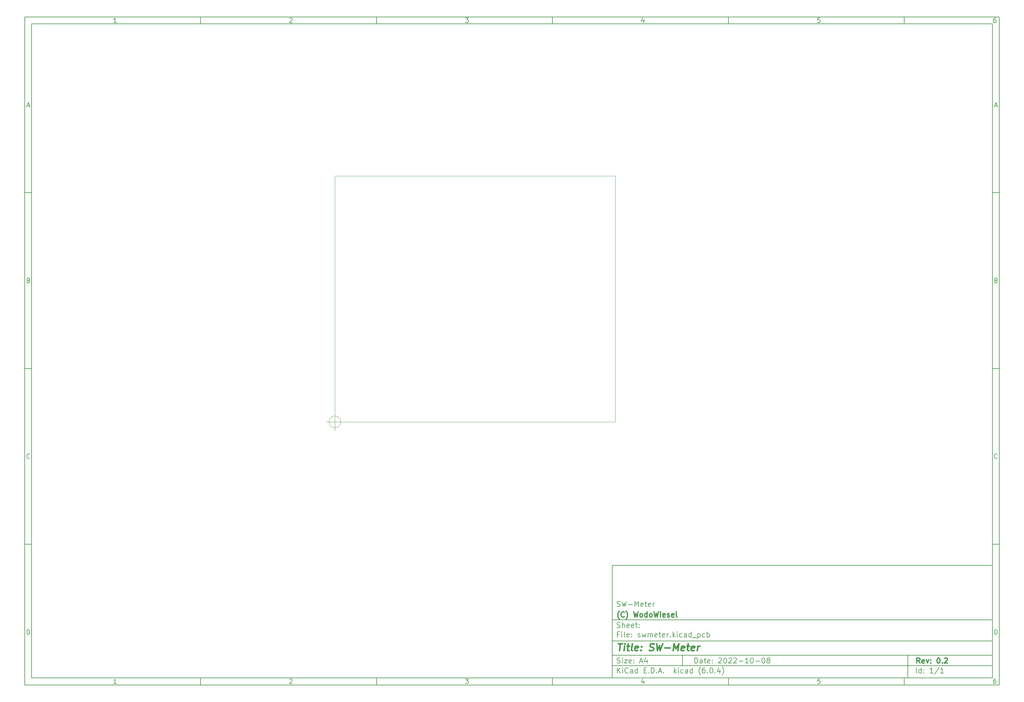
<source format=gbr>
%TF.GenerationSoftware,KiCad,Pcbnew,(6.0.4)*%
%TF.CreationDate,2022-10-12T20:44:42+02:00*%
%TF.ProjectId,swmeter,73776d65-7465-4722-9e6b-696361645f70,0.2*%
%TF.SameCoordinates,PX5d9f490PY775a330*%
%TF.FileFunction,Paste,Top*%
%TF.FilePolarity,Positive*%
%FSLAX46Y46*%
G04 Gerber Fmt 4.6, Leading zero omitted, Abs format (unit mm)*
G04 Created by KiCad (PCBNEW (6.0.4)) date 2022-10-12 20:44:42*
%MOMM*%
%LPD*%
G01*
G04 APERTURE LIST*
%ADD10C,0.100000*%
%ADD11C,0.150000*%
%ADD12C,0.300000*%
%ADD13C,0.400000*%
%TA.AperFunction,Profile*%
%ADD14C,0.100000*%
%TD*%
G04 APERTURE END LIST*
D10*
D11*
X78832200Y-40857200D02*
X78832200Y-72857200D01*
X186832200Y-72857200D01*
X186832200Y-40857200D01*
X78832200Y-40857200D01*
D10*
D11*
X-88170000Y115150000D02*
X-88170000Y-74857200D01*
X188832200Y-74857200D01*
X188832200Y115150000D01*
X-88170000Y115150000D01*
D10*
D11*
X-86170000Y113150000D02*
X-86170000Y-72857200D01*
X186832200Y-72857200D01*
X186832200Y113150000D01*
X-86170000Y113150000D01*
D10*
D11*
X-38170000Y113150000D02*
X-38170000Y115150000D01*
D10*
D11*
X11830000Y113150000D02*
X11830000Y115150000D01*
D10*
D11*
X61830000Y113150000D02*
X61830000Y115150000D01*
D10*
D11*
X111830000Y113150000D02*
X111830000Y115150000D01*
D10*
D11*
X161830000Y113150000D02*
X161830000Y115150000D01*
D10*
D11*
X-62104524Y113561905D02*
X-62847381Y113561905D01*
X-62475953Y113561905D02*
X-62475953Y114861905D01*
X-62599762Y114676191D01*
X-62723572Y114552381D01*
X-62847381Y114490477D01*
D10*
D11*
X-12847381Y114738096D02*
X-12785477Y114800000D01*
X-12661667Y114861905D01*
X-12352143Y114861905D01*
X-12228334Y114800000D01*
X-12166429Y114738096D01*
X-12104524Y114614286D01*
X-12104524Y114490477D01*
X-12166429Y114304762D01*
X-12909286Y113561905D01*
X-12104524Y113561905D01*
D10*
D11*
X37090714Y114861905D02*
X37895476Y114861905D01*
X37462142Y114366667D01*
X37647857Y114366667D01*
X37771666Y114304762D01*
X37833571Y114242858D01*
X37895476Y114119048D01*
X37895476Y113809524D01*
X37833571Y113685715D01*
X37771666Y113623810D01*
X37647857Y113561905D01*
X37276428Y113561905D01*
X37152619Y113623810D01*
X37090714Y113685715D01*
D10*
D11*
X87771666Y114428572D02*
X87771666Y113561905D01*
X87462142Y114923810D02*
X87152619Y113995239D01*
X87957380Y113995239D01*
D10*
D11*
X137833571Y114861905D02*
X137214523Y114861905D01*
X137152619Y114242858D01*
X137214523Y114304762D01*
X137338333Y114366667D01*
X137647857Y114366667D01*
X137771666Y114304762D01*
X137833571Y114242858D01*
X137895476Y114119048D01*
X137895476Y113809524D01*
X137833571Y113685715D01*
X137771666Y113623810D01*
X137647857Y113561905D01*
X137338333Y113561905D01*
X137214523Y113623810D01*
X137152619Y113685715D01*
D10*
D11*
X187771666Y114861905D02*
X187524047Y114861905D01*
X187400238Y114800000D01*
X187338333Y114738096D01*
X187214523Y114552381D01*
X187152619Y114304762D01*
X187152619Y113809524D01*
X187214523Y113685715D01*
X187276428Y113623810D01*
X187400238Y113561905D01*
X187647857Y113561905D01*
X187771666Y113623810D01*
X187833571Y113685715D01*
X187895476Y113809524D01*
X187895476Y114119048D01*
X187833571Y114242858D01*
X187771666Y114304762D01*
X187647857Y114366667D01*
X187400238Y114366667D01*
X187276428Y114304762D01*
X187214523Y114242858D01*
X187152619Y114119048D01*
D10*
D11*
X-38170000Y-72857200D02*
X-38170000Y-74857200D01*
D10*
D11*
X11830000Y-72857200D02*
X11830000Y-74857200D01*
D10*
D11*
X61830000Y-72857200D02*
X61830000Y-74857200D01*
D10*
D11*
X111830000Y-72857200D02*
X111830000Y-74857200D01*
D10*
D11*
X161830000Y-72857200D02*
X161830000Y-74857200D01*
D10*
D11*
X-62104524Y-74445295D02*
X-62847381Y-74445295D01*
X-62475953Y-74445295D02*
X-62475953Y-73145295D01*
X-62599762Y-73331009D01*
X-62723572Y-73454819D01*
X-62847381Y-73516723D01*
D10*
D11*
X-12847381Y-73269104D02*
X-12785477Y-73207200D01*
X-12661667Y-73145295D01*
X-12352143Y-73145295D01*
X-12228334Y-73207200D01*
X-12166429Y-73269104D01*
X-12104524Y-73392914D01*
X-12104524Y-73516723D01*
X-12166429Y-73702438D01*
X-12909286Y-74445295D01*
X-12104524Y-74445295D01*
D10*
D11*
X37090714Y-73145295D02*
X37895476Y-73145295D01*
X37462142Y-73640533D01*
X37647857Y-73640533D01*
X37771666Y-73702438D01*
X37833571Y-73764342D01*
X37895476Y-73888152D01*
X37895476Y-74197676D01*
X37833571Y-74321485D01*
X37771666Y-74383390D01*
X37647857Y-74445295D01*
X37276428Y-74445295D01*
X37152619Y-74383390D01*
X37090714Y-74321485D01*
D10*
D11*
X87771666Y-73578628D02*
X87771666Y-74445295D01*
X87462142Y-73083390D02*
X87152619Y-74011961D01*
X87957380Y-74011961D01*
D10*
D11*
X137833571Y-73145295D02*
X137214523Y-73145295D01*
X137152619Y-73764342D01*
X137214523Y-73702438D01*
X137338333Y-73640533D01*
X137647857Y-73640533D01*
X137771666Y-73702438D01*
X137833571Y-73764342D01*
X137895476Y-73888152D01*
X137895476Y-74197676D01*
X137833571Y-74321485D01*
X137771666Y-74383390D01*
X137647857Y-74445295D01*
X137338333Y-74445295D01*
X137214523Y-74383390D01*
X137152619Y-74321485D01*
D10*
D11*
X187771666Y-73145295D02*
X187524047Y-73145295D01*
X187400238Y-73207200D01*
X187338333Y-73269104D01*
X187214523Y-73454819D01*
X187152619Y-73702438D01*
X187152619Y-74197676D01*
X187214523Y-74321485D01*
X187276428Y-74383390D01*
X187400238Y-74445295D01*
X187647857Y-74445295D01*
X187771666Y-74383390D01*
X187833571Y-74321485D01*
X187895476Y-74197676D01*
X187895476Y-73888152D01*
X187833571Y-73764342D01*
X187771666Y-73702438D01*
X187647857Y-73640533D01*
X187400238Y-73640533D01*
X187276428Y-73702438D01*
X187214523Y-73764342D01*
X187152619Y-73888152D01*
D10*
D11*
X-88170000Y65150000D02*
X-86170000Y65150000D01*
D10*
D11*
X-88170000Y15150000D02*
X-86170000Y15150000D01*
D10*
D11*
X-88170000Y-34850000D02*
X-86170000Y-34850000D01*
D10*
D11*
X-87479524Y89933334D02*
X-86860477Y89933334D01*
X-87603334Y89561905D02*
X-87170000Y90861905D01*
X-86736667Y89561905D01*
D10*
D11*
X-87077143Y40242858D02*
X-86891429Y40180953D01*
X-86829524Y40119048D01*
X-86767620Y39995239D01*
X-86767620Y39809524D01*
X-86829524Y39685715D01*
X-86891429Y39623810D01*
X-87015239Y39561905D01*
X-87510477Y39561905D01*
X-87510477Y40861905D01*
X-87077143Y40861905D01*
X-86953334Y40800000D01*
X-86891429Y40738096D01*
X-86829524Y40614286D01*
X-86829524Y40490477D01*
X-86891429Y40366667D01*
X-86953334Y40304762D01*
X-87077143Y40242858D01*
X-87510477Y40242858D01*
D10*
D11*
X-86767620Y-10314285D02*
X-86829524Y-10376190D01*
X-87015239Y-10438095D01*
X-87139048Y-10438095D01*
X-87324762Y-10376190D01*
X-87448572Y-10252380D01*
X-87510477Y-10128571D01*
X-87572381Y-9880952D01*
X-87572381Y-9695238D01*
X-87510477Y-9447619D01*
X-87448572Y-9323809D01*
X-87324762Y-9200000D01*
X-87139048Y-9138095D01*
X-87015239Y-9138095D01*
X-86829524Y-9200000D01*
X-86767620Y-9261904D01*
D10*
D11*
X-87510477Y-60438095D02*
X-87510477Y-59138095D01*
X-87200953Y-59138095D01*
X-87015239Y-59200000D01*
X-86891429Y-59323809D01*
X-86829524Y-59447619D01*
X-86767620Y-59695238D01*
X-86767620Y-59880952D01*
X-86829524Y-60128571D01*
X-86891429Y-60252380D01*
X-87015239Y-60376190D01*
X-87200953Y-60438095D01*
X-87510477Y-60438095D01*
D10*
D11*
X188832200Y65150000D02*
X186832200Y65150000D01*
D10*
D11*
X188832200Y15150000D02*
X186832200Y15150000D01*
D10*
D11*
X188832200Y-34850000D02*
X186832200Y-34850000D01*
D10*
D11*
X187522676Y89933334D02*
X188141723Y89933334D01*
X187398866Y89561905D02*
X187832200Y90861905D01*
X188265533Y89561905D01*
D10*
D11*
X187925057Y40242858D02*
X188110771Y40180953D01*
X188172676Y40119048D01*
X188234580Y39995239D01*
X188234580Y39809524D01*
X188172676Y39685715D01*
X188110771Y39623810D01*
X187986961Y39561905D01*
X187491723Y39561905D01*
X187491723Y40861905D01*
X187925057Y40861905D01*
X188048866Y40800000D01*
X188110771Y40738096D01*
X188172676Y40614286D01*
X188172676Y40490477D01*
X188110771Y40366667D01*
X188048866Y40304762D01*
X187925057Y40242858D01*
X187491723Y40242858D01*
D10*
D11*
X188234580Y-10314285D02*
X188172676Y-10376190D01*
X187986961Y-10438095D01*
X187863152Y-10438095D01*
X187677438Y-10376190D01*
X187553628Y-10252380D01*
X187491723Y-10128571D01*
X187429819Y-9880952D01*
X187429819Y-9695238D01*
X187491723Y-9447619D01*
X187553628Y-9323809D01*
X187677438Y-9200000D01*
X187863152Y-9138095D01*
X187986961Y-9138095D01*
X188172676Y-9200000D01*
X188234580Y-9261904D01*
D10*
D11*
X187491723Y-60438095D02*
X187491723Y-59138095D01*
X187801247Y-59138095D01*
X187986961Y-59200000D01*
X188110771Y-59323809D01*
X188172676Y-59447619D01*
X188234580Y-59695238D01*
X188234580Y-59880952D01*
X188172676Y-60128571D01*
X188110771Y-60252380D01*
X187986961Y-60376190D01*
X187801247Y-60438095D01*
X187491723Y-60438095D01*
D10*
D11*
X102264342Y-68635771D02*
X102264342Y-67135771D01*
X102621485Y-67135771D01*
X102835771Y-67207200D01*
X102978628Y-67350057D01*
X103050057Y-67492914D01*
X103121485Y-67778628D01*
X103121485Y-67992914D01*
X103050057Y-68278628D01*
X102978628Y-68421485D01*
X102835771Y-68564342D01*
X102621485Y-68635771D01*
X102264342Y-68635771D01*
X104407200Y-68635771D02*
X104407200Y-67850057D01*
X104335771Y-67707200D01*
X104192914Y-67635771D01*
X103907200Y-67635771D01*
X103764342Y-67707200D01*
X104407200Y-68564342D02*
X104264342Y-68635771D01*
X103907200Y-68635771D01*
X103764342Y-68564342D01*
X103692914Y-68421485D01*
X103692914Y-68278628D01*
X103764342Y-68135771D01*
X103907200Y-68064342D01*
X104264342Y-68064342D01*
X104407200Y-67992914D01*
X104907200Y-67635771D02*
X105478628Y-67635771D01*
X105121485Y-67135771D02*
X105121485Y-68421485D01*
X105192914Y-68564342D01*
X105335771Y-68635771D01*
X105478628Y-68635771D01*
X106550057Y-68564342D02*
X106407200Y-68635771D01*
X106121485Y-68635771D01*
X105978628Y-68564342D01*
X105907200Y-68421485D01*
X105907200Y-67850057D01*
X105978628Y-67707200D01*
X106121485Y-67635771D01*
X106407200Y-67635771D01*
X106550057Y-67707200D01*
X106621485Y-67850057D01*
X106621485Y-67992914D01*
X105907200Y-68135771D01*
X107264342Y-68492914D02*
X107335771Y-68564342D01*
X107264342Y-68635771D01*
X107192914Y-68564342D01*
X107264342Y-68492914D01*
X107264342Y-68635771D01*
X107264342Y-67707200D02*
X107335771Y-67778628D01*
X107264342Y-67850057D01*
X107192914Y-67778628D01*
X107264342Y-67707200D01*
X107264342Y-67850057D01*
X109050057Y-67278628D02*
X109121485Y-67207200D01*
X109264342Y-67135771D01*
X109621485Y-67135771D01*
X109764342Y-67207200D01*
X109835771Y-67278628D01*
X109907200Y-67421485D01*
X109907200Y-67564342D01*
X109835771Y-67778628D01*
X108978628Y-68635771D01*
X109907200Y-68635771D01*
X110835771Y-67135771D02*
X110978628Y-67135771D01*
X111121485Y-67207200D01*
X111192914Y-67278628D01*
X111264342Y-67421485D01*
X111335771Y-67707200D01*
X111335771Y-68064342D01*
X111264342Y-68350057D01*
X111192914Y-68492914D01*
X111121485Y-68564342D01*
X110978628Y-68635771D01*
X110835771Y-68635771D01*
X110692914Y-68564342D01*
X110621485Y-68492914D01*
X110550057Y-68350057D01*
X110478628Y-68064342D01*
X110478628Y-67707200D01*
X110550057Y-67421485D01*
X110621485Y-67278628D01*
X110692914Y-67207200D01*
X110835771Y-67135771D01*
X111907200Y-67278628D02*
X111978628Y-67207200D01*
X112121485Y-67135771D01*
X112478628Y-67135771D01*
X112621485Y-67207200D01*
X112692914Y-67278628D01*
X112764342Y-67421485D01*
X112764342Y-67564342D01*
X112692914Y-67778628D01*
X111835771Y-68635771D01*
X112764342Y-68635771D01*
X113335771Y-67278628D02*
X113407200Y-67207200D01*
X113550057Y-67135771D01*
X113907200Y-67135771D01*
X114050057Y-67207200D01*
X114121485Y-67278628D01*
X114192914Y-67421485D01*
X114192914Y-67564342D01*
X114121485Y-67778628D01*
X113264342Y-68635771D01*
X114192914Y-68635771D01*
X114835771Y-68064342D02*
X115978628Y-68064342D01*
X117478628Y-68635771D02*
X116621485Y-68635771D01*
X117050057Y-68635771D02*
X117050057Y-67135771D01*
X116907200Y-67350057D01*
X116764342Y-67492914D01*
X116621485Y-67564342D01*
X118407200Y-67135771D02*
X118550057Y-67135771D01*
X118692914Y-67207200D01*
X118764342Y-67278628D01*
X118835771Y-67421485D01*
X118907200Y-67707200D01*
X118907200Y-68064342D01*
X118835771Y-68350057D01*
X118764342Y-68492914D01*
X118692914Y-68564342D01*
X118550057Y-68635771D01*
X118407200Y-68635771D01*
X118264342Y-68564342D01*
X118192914Y-68492914D01*
X118121485Y-68350057D01*
X118050057Y-68064342D01*
X118050057Y-67707200D01*
X118121485Y-67421485D01*
X118192914Y-67278628D01*
X118264342Y-67207200D01*
X118407200Y-67135771D01*
X119550057Y-68064342D02*
X120692914Y-68064342D01*
X121692914Y-67135771D02*
X121835771Y-67135771D01*
X121978628Y-67207200D01*
X122050057Y-67278628D01*
X122121485Y-67421485D01*
X122192914Y-67707200D01*
X122192914Y-68064342D01*
X122121485Y-68350057D01*
X122050057Y-68492914D01*
X121978628Y-68564342D01*
X121835771Y-68635771D01*
X121692914Y-68635771D01*
X121550057Y-68564342D01*
X121478628Y-68492914D01*
X121407200Y-68350057D01*
X121335771Y-68064342D01*
X121335771Y-67707200D01*
X121407200Y-67421485D01*
X121478628Y-67278628D01*
X121550057Y-67207200D01*
X121692914Y-67135771D01*
X123050057Y-67778628D02*
X122907200Y-67707200D01*
X122835771Y-67635771D01*
X122764342Y-67492914D01*
X122764342Y-67421485D01*
X122835771Y-67278628D01*
X122907200Y-67207200D01*
X123050057Y-67135771D01*
X123335771Y-67135771D01*
X123478628Y-67207200D01*
X123550057Y-67278628D01*
X123621485Y-67421485D01*
X123621485Y-67492914D01*
X123550057Y-67635771D01*
X123478628Y-67707200D01*
X123335771Y-67778628D01*
X123050057Y-67778628D01*
X122907200Y-67850057D01*
X122835771Y-67921485D01*
X122764342Y-68064342D01*
X122764342Y-68350057D01*
X122835771Y-68492914D01*
X122907200Y-68564342D01*
X123050057Y-68635771D01*
X123335771Y-68635771D01*
X123478628Y-68564342D01*
X123550057Y-68492914D01*
X123621485Y-68350057D01*
X123621485Y-68064342D01*
X123550057Y-67921485D01*
X123478628Y-67850057D01*
X123335771Y-67778628D01*
D10*
D11*
X78832200Y-69357200D02*
X186832200Y-69357200D01*
D10*
D11*
X80264342Y-71435771D02*
X80264342Y-69935771D01*
X81121485Y-71435771D02*
X80478628Y-70578628D01*
X81121485Y-69935771D02*
X80264342Y-70792914D01*
X81764342Y-71435771D02*
X81764342Y-70435771D01*
X81764342Y-69935771D02*
X81692914Y-70007200D01*
X81764342Y-70078628D01*
X81835771Y-70007200D01*
X81764342Y-69935771D01*
X81764342Y-70078628D01*
X83335771Y-71292914D02*
X83264342Y-71364342D01*
X83050057Y-71435771D01*
X82907200Y-71435771D01*
X82692914Y-71364342D01*
X82550057Y-71221485D01*
X82478628Y-71078628D01*
X82407200Y-70792914D01*
X82407200Y-70578628D01*
X82478628Y-70292914D01*
X82550057Y-70150057D01*
X82692914Y-70007200D01*
X82907200Y-69935771D01*
X83050057Y-69935771D01*
X83264342Y-70007200D01*
X83335771Y-70078628D01*
X84621485Y-71435771D02*
X84621485Y-70650057D01*
X84550057Y-70507200D01*
X84407200Y-70435771D01*
X84121485Y-70435771D01*
X83978628Y-70507200D01*
X84621485Y-71364342D02*
X84478628Y-71435771D01*
X84121485Y-71435771D01*
X83978628Y-71364342D01*
X83907200Y-71221485D01*
X83907200Y-71078628D01*
X83978628Y-70935771D01*
X84121485Y-70864342D01*
X84478628Y-70864342D01*
X84621485Y-70792914D01*
X85978628Y-71435771D02*
X85978628Y-69935771D01*
X85978628Y-71364342D02*
X85835771Y-71435771D01*
X85550057Y-71435771D01*
X85407200Y-71364342D01*
X85335771Y-71292914D01*
X85264342Y-71150057D01*
X85264342Y-70721485D01*
X85335771Y-70578628D01*
X85407200Y-70507200D01*
X85550057Y-70435771D01*
X85835771Y-70435771D01*
X85978628Y-70507200D01*
X87835771Y-70650057D02*
X88335771Y-70650057D01*
X88550057Y-71435771D02*
X87835771Y-71435771D01*
X87835771Y-69935771D01*
X88550057Y-69935771D01*
X89192914Y-71292914D02*
X89264342Y-71364342D01*
X89192914Y-71435771D01*
X89121485Y-71364342D01*
X89192914Y-71292914D01*
X89192914Y-71435771D01*
X89907200Y-71435771D02*
X89907200Y-69935771D01*
X90264342Y-69935771D01*
X90478628Y-70007200D01*
X90621485Y-70150057D01*
X90692914Y-70292914D01*
X90764342Y-70578628D01*
X90764342Y-70792914D01*
X90692914Y-71078628D01*
X90621485Y-71221485D01*
X90478628Y-71364342D01*
X90264342Y-71435771D01*
X89907200Y-71435771D01*
X91407200Y-71292914D02*
X91478628Y-71364342D01*
X91407200Y-71435771D01*
X91335771Y-71364342D01*
X91407200Y-71292914D01*
X91407200Y-71435771D01*
X92050057Y-71007200D02*
X92764342Y-71007200D01*
X91907200Y-71435771D02*
X92407200Y-69935771D01*
X92907200Y-71435771D01*
X93407200Y-71292914D02*
X93478628Y-71364342D01*
X93407200Y-71435771D01*
X93335771Y-71364342D01*
X93407200Y-71292914D01*
X93407200Y-71435771D01*
X96407200Y-71435771D02*
X96407200Y-69935771D01*
X96550057Y-70864342D02*
X96978628Y-71435771D01*
X96978628Y-70435771D02*
X96407200Y-71007200D01*
X97621485Y-71435771D02*
X97621485Y-70435771D01*
X97621485Y-69935771D02*
X97550057Y-70007200D01*
X97621485Y-70078628D01*
X97692914Y-70007200D01*
X97621485Y-69935771D01*
X97621485Y-70078628D01*
X98978628Y-71364342D02*
X98835771Y-71435771D01*
X98550057Y-71435771D01*
X98407200Y-71364342D01*
X98335771Y-71292914D01*
X98264342Y-71150057D01*
X98264342Y-70721485D01*
X98335771Y-70578628D01*
X98407200Y-70507200D01*
X98550057Y-70435771D01*
X98835771Y-70435771D01*
X98978628Y-70507200D01*
X100264342Y-71435771D02*
X100264342Y-70650057D01*
X100192914Y-70507200D01*
X100050057Y-70435771D01*
X99764342Y-70435771D01*
X99621485Y-70507200D01*
X100264342Y-71364342D02*
X100121485Y-71435771D01*
X99764342Y-71435771D01*
X99621485Y-71364342D01*
X99550057Y-71221485D01*
X99550057Y-71078628D01*
X99621485Y-70935771D01*
X99764342Y-70864342D01*
X100121485Y-70864342D01*
X100264342Y-70792914D01*
X101621485Y-71435771D02*
X101621485Y-69935771D01*
X101621485Y-71364342D02*
X101478628Y-71435771D01*
X101192914Y-71435771D01*
X101050057Y-71364342D01*
X100978628Y-71292914D01*
X100907200Y-71150057D01*
X100907200Y-70721485D01*
X100978628Y-70578628D01*
X101050057Y-70507200D01*
X101192914Y-70435771D01*
X101478628Y-70435771D01*
X101621485Y-70507200D01*
X103907200Y-72007200D02*
X103835771Y-71935771D01*
X103692914Y-71721485D01*
X103621485Y-71578628D01*
X103550057Y-71364342D01*
X103478628Y-71007200D01*
X103478628Y-70721485D01*
X103550057Y-70364342D01*
X103621485Y-70150057D01*
X103692914Y-70007200D01*
X103835771Y-69792914D01*
X103907200Y-69721485D01*
X105121485Y-69935771D02*
X104835771Y-69935771D01*
X104692914Y-70007200D01*
X104621485Y-70078628D01*
X104478628Y-70292914D01*
X104407200Y-70578628D01*
X104407200Y-71150057D01*
X104478628Y-71292914D01*
X104550057Y-71364342D01*
X104692914Y-71435771D01*
X104978628Y-71435771D01*
X105121485Y-71364342D01*
X105192914Y-71292914D01*
X105264342Y-71150057D01*
X105264342Y-70792914D01*
X105192914Y-70650057D01*
X105121485Y-70578628D01*
X104978628Y-70507200D01*
X104692914Y-70507200D01*
X104550057Y-70578628D01*
X104478628Y-70650057D01*
X104407200Y-70792914D01*
X105907200Y-71292914D02*
X105978628Y-71364342D01*
X105907200Y-71435771D01*
X105835771Y-71364342D01*
X105907200Y-71292914D01*
X105907200Y-71435771D01*
X106907200Y-69935771D02*
X107050057Y-69935771D01*
X107192914Y-70007200D01*
X107264342Y-70078628D01*
X107335771Y-70221485D01*
X107407200Y-70507200D01*
X107407200Y-70864342D01*
X107335771Y-71150057D01*
X107264342Y-71292914D01*
X107192914Y-71364342D01*
X107050057Y-71435771D01*
X106907200Y-71435771D01*
X106764342Y-71364342D01*
X106692914Y-71292914D01*
X106621485Y-71150057D01*
X106550057Y-70864342D01*
X106550057Y-70507200D01*
X106621485Y-70221485D01*
X106692914Y-70078628D01*
X106764342Y-70007200D01*
X106907200Y-69935771D01*
X108050057Y-71292914D02*
X108121485Y-71364342D01*
X108050057Y-71435771D01*
X107978628Y-71364342D01*
X108050057Y-71292914D01*
X108050057Y-71435771D01*
X109407200Y-70435771D02*
X109407200Y-71435771D01*
X109050057Y-69864342D02*
X108692914Y-70935771D01*
X109621485Y-70935771D01*
X110050057Y-72007200D02*
X110121485Y-71935771D01*
X110264342Y-71721485D01*
X110335771Y-71578628D01*
X110407200Y-71364342D01*
X110478628Y-71007200D01*
X110478628Y-70721485D01*
X110407200Y-70364342D01*
X110335771Y-70150057D01*
X110264342Y-70007200D01*
X110121485Y-69792914D01*
X110050057Y-69721485D01*
D10*
D11*
X78832200Y-66357200D02*
X186832200Y-66357200D01*
D10*
D12*
X166241485Y-68635771D02*
X165741485Y-67921485D01*
X165384342Y-68635771D02*
X165384342Y-67135771D01*
X165955771Y-67135771D01*
X166098628Y-67207200D01*
X166170057Y-67278628D01*
X166241485Y-67421485D01*
X166241485Y-67635771D01*
X166170057Y-67778628D01*
X166098628Y-67850057D01*
X165955771Y-67921485D01*
X165384342Y-67921485D01*
X167455771Y-68564342D02*
X167312914Y-68635771D01*
X167027200Y-68635771D01*
X166884342Y-68564342D01*
X166812914Y-68421485D01*
X166812914Y-67850057D01*
X166884342Y-67707200D01*
X167027200Y-67635771D01*
X167312914Y-67635771D01*
X167455771Y-67707200D01*
X167527200Y-67850057D01*
X167527200Y-67992914D01*
X166812914Y-68135771D01*
X168027200Y-67635771D02*
X168384342Y-68635771D01*
X168741485Y-67635771D01*
X169312914Y-68492914D02*
X169384342Y-68564342D01*
X169312914Y-68635771D01*
X169241485Y-68564342D01*
X169312914Y-68492914D01*
X169312914Y-68635771D01*
X169312914Y-67707200D02*
X169384342Y-67778628D01*
X169312914Y-67850057D01*
X169241485Y-67778628D01*
X169312914Y-67707200D01*
X169312914Y-67850057D01*
X171455771Y-67135771D02*
X171598628Y-67135771D01*
X171741485Y-67207200D01*
X171812914Y-67278628D01*
X171884342Y-67421485D01*
X171955771Y-67707200D01*
X171955771Y-68064342D01*
X171884342Y-68350057D01*
X171812914Y-68492914D01*
X171741485Y-68564342D01*
X171598628Y-68635771D01*
X171455771Y-68635771D01*
X171312914Y-68564342D01*
X171241485Y-68492914D01*
X171170057Y-68350057D01*
X171098628Y-68064342D01*
X171098628Y-67707200D01*
X171170057Y-67421485D01*
X171241485Y-67278628D01*
X171312914Y-67207200D01*
X171455771Y-67135771D01*
X172598628Y-68492914D02*
X172670057Y-68564342D01*
X172598628Y-68635771D01*
X172527200Y-68564342D01*
X172598628Y-68492914D01*
X172598628Y-68635771D01*
X173241485Y-67278628D02*
X173312914Y-67207200D01*
X173455771Y-67135771D01*
X173812914Y-67135771D01*
X173955771Y-67207200D01*
X174027200Y-67278628D01*
X174098628Y-67421485D01*
X174098628Y-67564342D01*
X174027200Y-67778628D01*
X173170057Y-68635771D01*
X174098628Y-68635771D01*
D10*
D11*
X80192914Y-68564342D02*
X80407200Y-68635771D01*
X80764342Y-68635771D01*
X80907200Y-68564342D01*
X80978628Y-68492914D01*
X81050057Y-68350057D01*
X81050057Y-68207200D01*
X80978628Y-68064342D01*
X80907200Y-67992914D01*
X80764342Y-67921485D01*
X80478628Y-67850057D01*
X80335771Y-67778628D01*
X80264342Y-67707200D01*
X80192914Y-67564342D01*
X80192914Y-67421485D01*
X80264342Y-67278628D01*
X80335771Y-67207200D01*
X80478628Y-67135771D01*
X80835771Y-67135771D01*
X81050057Y-67207200D01*
X81692914Y-68635771D02*
X81692914Y-67635771D01*
X81692914Y-67135771D02*
X81621485Y-67207200D01*
X81692914Y-67278628D01*
X81764342Y-67207200D01*
X81692914Y-67135771D01*
X81692914Y-67278628D01*
X82264342Y-67635771D02*
X83050057Y-67635771D01*
X82264342Y-68635771D01*
X83050057Y-68635771D01*
X84192914Y-68564342D02*
X84050057Y-68635771D01*
X83764342Y-68635771D01*
X83621485Y-68564342D01*
X83550057Y-68421485D01*
X83550057Y-67850057D01*
X83621485Y-67707200D01*
X83764342Y-67635771D01*
X84050057Y-67635771D01*
X84192914Y-67707200D01*
X84264342Y-67850057D01*
X84264342Y-67992914D01*
X83550057Y-68135771D01*
X84907200Y-68492914D02*
X84978628Y-68564342D01*
X84907200Y-68635771D01*
X84835771Y-68564342D01*
X84907200Y-68492914D01*
X84907200Y-68635771D01*
X84907200Y-67707200D02*
X84978628Y-67778628D01*
X84907200Y-67850057D01*
X84835771Y-67778628D01*
X84907200Y-67707200D01*
X84907200Y-67850057D01*
X86692914Y-68207200D02*
X87407200Y-68207200D01*
X86550057Y-68635771D02*
X87050057Y-67135771D01*
X87550057Y-68635771D01*
X88692914Y-67635771D02*
X88692914Y-68635771D01*
X88335771Y-67064342D02*
X87978628Y-68135771D01*
X88907200Y-68135771D01*
D10*
D11*
X165264342Y-71435771D02*
X165264342Y-69935771D01*
X166621485Y-71435771D02*
X166621485Y-69935771D01*
X166621485Y-71364342D02*
X166478628Y-71435771D01*
X166192914Y-71435771D01*
X166050057Y-71364342D01*
X165978628Y-71292914D01*
X165907200Y-71150057D01*
X165907200Y-70721485D01*
X165978628Y-70578628D01*
X166050057Y-70507200D01*
X166192914Y-70435771D01*
X166478628Y-70435771D01*
X166621485Y-70507200D01*
X167335771Y-71292914D02*
X167407200Y-71364342D01*
X167335771Y-71435771D01*
X167264342Y-71364342D01*
X167335771Y-71292914D01*
X167335771Y-71435771D01*
X167335771Y-70507200D02*
X167407200Y-70578628D01*
X167335771Y-70650057D01*
X167264342Y-70578628D01*
X167335771Y-70507200D01*
X167335771Y-70650057D01*
X169978628Y-71435771D02*
X169121485Y-71435771D01*
X169550057Y-71435771D02*
X169550057Y-69935771D01*
X169407200Y-70150057D01*
X169264342Y-70292914D01*
X169121485Y-70364342D01*
X171692914Y-69864342D02*
X170407200Y-71792914D01*
X172978628Y-71435771D02*
X172121485Y-71435771D01*
X172550057Y-71435771D02*
X172550057Y-69935771D01*
X172407200Y-70150057D01*
X172264342Y-70292914D01*
X172121485Y-70364342D01*
D10*
D11*
X78832200Y-62357200D02*
X186832200Y-62357200D01*
D10*
D13*
X80544580Y-63061961D02*
X81687438Y-63061961D01*
X80866009Y-65061961D02*
X81116009Y-63061961D01*
X82104104Y-65061961D02*
X82270771Y-63728628D01*
X82354104Y-63061961D02*
X82246961Y-63157200D01*
X82330295Y-63252438D01*
X82437438Y-63157200D01*
X82354104Y-63061961D01*
X82330295Y-63252438D01*
X82937438Y-63728628D02*
X83699342Y-63728628D01*
X83306485Y-63061961D02*
X83092200Y-64776247D01*
X83163628Y-64966723D01*
X83342200Y-65061961D01*
X83532676Y-65061961D01*
X84485057Y-65061961D02*
X84306485Y-64966723D01*
X84235057Y-64776247D01*
X84449342Y-63061961D01*
X86020771Y-64966723D02*
X85818390Y-65061961D01*
X85437438Y-65061961D01*
X85258866Y-64966723D01*
X85187438Y-64776247D01*
X85282676Y-64014342D01*
X85401723Y-63823866D01*
X85604104Y-63728628D01*
X85985057Y-63728628D01*
X86163628Y-63823866D01*
X86235057Y-64014342D01*
X86211247Y-64204819D01*
X85235057Y-64395295D01*
X86985057Y-64871485D02*
X87068390Y-64966723D01*
X86961247Y-65061961D01*
X86877914Y-64966723D01*
X86985057Y-64871485D01*
X86961247Y-65061961D01*
X87116009Y-63823866D02*
X87199342Y-63919104D01*
X87092200Y-64014342D01*
X87008866Y-63919104D01*
X87116009Y-63823866D01*
X87092200Y-64014342D01*
X89354104Y-64966723D02*
X89627914Y-65061961D01*
X90104104Y-65061961D01*
X90306485Y-64966723D01*
X90413628Y-64871485D01*
X90532676Y-64681009D01*
X90556485Y-64490533D01*
X90485057Y-64300057D01*
X90401723Y-64204819D01*
X90223152Y-64109580D01*
X89854104Y-64014342D01*
X89675533Y-63919104D01*
X89592200Y-63823866D01*
X89520771Y-63633390D01*
X89544580Y-63442914D01*
X89663628Y-63252438D01*
X89770771Y-63157200D01*
X89973152Y-63061961D01*
X90449342Y-63061961D01*
X90723152Y-63157200D01*
X91401723Y-63061961D02*
X91627914Y-65061961D01*
X92187438Y-63633390D01*
X92389819Y-65061961D01*
X93116009Y-63061961D01*
X93723152Y-64300057D02*
X95246961Y-64300057D01*
X96104104Y-65061961D02*
X96354104Y-63061961D01*
X96842200Y-64490533D01*
X97687438Y-63061961D01*
X97437438Y-65061961D01*
X99163628Y-64966723D02*
X98961247Y-65061961D01*
X98580295Y-65061961D01*
X98401723Y-64966723D01*
X98330295Y-64776247D01*
X98425533Y-64014342D01*
X98544580Y-63823866D01*
X98746961Y-63728628D01*
X99127914Y-63728628D01*
X99306485Y-63823866D01*
X99377914Y-64014342D01*
X99354104Y-64204819D01*
X98377914Y-64395295D01*
X99985057Y-63728628D02*
X100746961Y-63728628D01*
X100354104Y-63061961D02*
X100139819Y-64776247D01*
X100211247Y-64966723D01*
X100389819Y-65061961D01*
X100580295Y-65061961D01*
X102020771Y-64966723D02*
X101818390Y-65061961D01*
X101437438Y-65061961D01*
X101258866Y-64966723D01*
X101187438Y-64776247D01*
X101282676Y-64014342D01*
X101401723Y-63823866D01*
X101604104Y-63728628D01*
X101985057Y-63728628D01*
X102163628Y-63823866D01*
X102235057Y-64014342D01*
X102211247Y-64204819D01*
X101235057Y-64395295D01*
X102961247Y-65061961D02*
X103127914Y-63728628D01*
X103080295Y-64109580D02*
X103199342Y-63919104D01*
X103306485Y-63823866D01*
X103508866Y-63728628D01*
X103699342Y-63728628D01*
D10*
D11*
X80764342Y-60450057D02*
X80264342Y-60450057D01*
X80264342Y-61235771D02*
X80264342Y-59735771D01*
X80978628Y-59735771D01*
X81550057Y-61235771D02*
X81550057Y-60235771D01*
X81550057Y-59735771D02*
X81478628Y-59807200D01*
X81550057Y-59878628D01*
X81621485Y-59807200D01*
X81550057Y-59735771D01*
X81550057Y-59878628D01*
X82478628Y-61235771D02*
X82335771Y-61164342D01*
X82264342Y-61021485D01*
X82264342Y-59735771D01*
X83621485Y-61164342D02*
X83478628Y-61235771D01*
X83192914Y-61235771D01*
X83050057Y-61164342D01*
X82978628Y-61021485D01*
X82978628Y-60450057D01*
X83050057Y-60307200D01*
X83192914Y-60235771D01*
X83478628Y-60235771D01*
X83621485Y-60307200D01*
X83692914Y-60450057D01*
X83692914Y-60592914D01*
X82978628Y-60735771D01*
X84335771Y-61092914D02*
X84407200Y-61164342D01*
X84335771Y-61235771D01*
X84264342Y-61164342D01*
X84335771Y-61092914D01*
X84335771Y-61235771D01*
X84335771Y-60307200D02*
X84407200Y-60378628D01*
X84335771Y-60450057D01*
X84264342Y-60378628D01*
X84335771Y-60307200D01*
X84335771Y-60450057D01*
X86121485Y-61164342D02*
X86264342Y-61235771D01*
X86550057Y-61235771D01*
X86692914Y-61164342D01*
X86764342Y-61021485D01*
X86764342Y-60950057D01*
X86692914Y-60807200D01*
X86550057Y-60735771D01*
X86335771Y-60735771D01*
X86192914Y-60664342D01*
X86121485Y-60521485D01*
X86121485Y-60450057D01*
X86192914Y-60307200D01*
X86335771Y-60235771D01*
X86550057Y-60235771D01*
X86692914Y-60307200D01*
X87264342Y-60235771D02*
X87550057Y-61235771D01*
X87835771Y-60521485D01*
X88121485Y-61235771D01*
X88407200Y-60235771D01*
X88978628Y-61235771D02*
X88978628Y-60235771D01*
X88978628Y-60378628D02*
X89050057Y-60307200D01*
X89192914Y-60235771D01*
X89407200Y-60235771D01*
X89550057Y-60307200D01*
X89621485Y-60450057D01*
X89621485Y-61235771D01*
X89621485Y-60450057D02*
X89692914Y-60307200D01*
X89835771Y-60235771D01*
X90050057Y-60235771D01*
X90192914Y-60307200D01*
X90264342Y-60450057D01*
X90264342Y-61235771D01*
X91550057Y-61164342D02*
X91407200Y-61235771D01*
X91121485Y-61235771D01*
X90978628Y-61164342D01*
X90907200Y-61021485D01*
X90907200Y-60450057D01*
X90978628Y-60307200D01*
X91121485Y-60235771D01*
X91407200Y-60235771D01*
X91550057Y-60307200D01*
X91621485Y-60450057D01*
X91621485Y-60592914D01*
X90907200Y-60735771D01*
X92050057Y-60235771D02*
X92621485Y-60235771D01*
X92264342Y-59735771D02*
X92264342Y-61021485D01*
X92335771Y-61164342D01*
X92478628Y-61235771D01*
X92621485Y-61235771D01*
X93692914Y-61164342D02*
X93550057Y-61235771D01*
X93264342Y-61235771D01*
X93121485Y-61164342D01*
X93050057Y-61021485D01*
X93050057Y-60450057D01*
X93121485Y-60307200D01*
X93264342Y-60235771D01*
X93550057Y-60235771D01*
X93692914Y-60307200D01*
X93764342Y-60450057D01*
X93764342Y-60592914D01*
X93050057Y-60735771D01*
X94407200Y-61235771D02*
X94407200Y-60235771D01*
X94407200Y-60521485D02*
X94478628Y-60378628D01*
X94550057Y-60307200D01*
X94692914Y-60235771D01*
X94835771Y-60235771D01*
X95335771Y-61092914D02*
X95407200Y-61164342D01*
X95335771Y-61235771D01*
X95264342Y-61164342D01*
X95335771Y-61092914D01*
X95335771Y-61235771D01*
X96050057Y-61235771D02*
X96050057Y-59735771D01*
X96192914Y-60664342D02*
X96621485Y-61235771D01*
X96621485Y-60235771D02*
X96050057Y-60807200D01*
X97264342Y-61235771D02*
X97264342Y-60235771D01*
X97264342Y-59735771D02*
X97192914Y-59807200D01*
X97264342Y-59878628D01*
X97335771Y-59807200D01*
X97264342Y-59735771D01*
X97264342Y-59878628D01*
X98621485Y-61164342D02*
X98478628Y-61235771D01*
X98192914Y-61235771D01*
X98050057Y-61164342D01*
X97978628Y-61092914D01*
X97907200Y-60950057D01*
X97907200Y-60521485D01*
X97978628Y-60378628D01*
X98050057Y-60307200D01*
X98192914Y-60235771D01*
X98478628Y-60235771D01*
X98621485Y-60307200D01*
X99907200Y-61235771D02*
X99907200Y-60450057D01*
X99835771Y-60307200D01*
X99692914Y-60235771D01*
X99407200Y-60235771D01*
X99264342Y-60307200D01*
X99907200Y-61164342D02*
X99764342Y-61235771D01*
X99407200Y-61235771D01*
X99264342Y-61164342D01*
X99192914Y-61021485D01*
X99192914Y-60878628D01*
X99264342Y-60735771D01*
X99407200Y-60664342D01*
X99764342Y-60664342D01*
X99907200Y-60592914D01*
X101264342Y-61235771D02*
X101264342Y-59735771D01*
X101264342Y-61164342D02*
X101121485Y-61235771D01*
X100835771Y-61235771D01*
X100692914Y-61164342D01*
X100621485Y-61092914D01*
X100550057Y-60950057D01*
X100550057Y-60521485D01*
X100621485Y-60378628D01*
X100692914Y-60307200D01*
X100835771Y-60235771D01*
X101121485Y-60235771D01*
X101264342Y-60307200D01*
X101621485Y-61378628D02*
X102764342Y-61378628D01*
X103121485Y-60235771D02*
X103121485Y-61735771D01*
X103121485Y-60307200D02*
X103264342Y-60235771D01*
X103550057Y-60235771D01*
X103692914Y-60307200D01*
X103764342Y-60378628D01*
X103835771Y-60521485D01*
X103835771Y-60950057D01*
X103764342Y-61092914D01*
X103692914Y-61164342D01*
X103550057Y-61235771D01*
X103264342Y-61235771D01*
X103121485Y-61164342D01*
X105121485Y-61164342D02*
X104978628Y-61235771D01*
X104692914Y-61235771D01*
X104550057Y-61164342D01*
X104478628Y-61092914D01*
X104407200Y-60950057D01*
X104407200Y-60521485D01*
X104478628Y-60378628D01*
X104550057Y-60307200D01*
X104692914Y-60235771D01*
X104978628Y-60235771D01*
X105121485Y-60307200D01*
X105764342Y-61235771D02*
X105764342Y-59735771D01*
X105764342Y-60307200D02*
X105907200Y-60235771D01*
X106192914Y-60235771D01*
X106335771Y-60307200D01*
X106407200Y-60378628D01*
X106478628Y-60521485D01*
X106478628Y-60950057D01*
X106407200Y-61092914D01*
X106335771Y-61164342D01*
X106192914Y-61235771D01*
X105907200Y-61235771D01*
X105764342Y-61164342D01*
D10*
D11*
X78832200Y-56357200D02*
X186832200Y-56357200D01*
D10*
D11*
X80192914Y-58464342D02*
X80407200Y-58535771D01*
X80764342Y-58535771D01*
X80907200Y-58464342D01*
X80978628Y-58392914D01*
X81050057Y-58250057D01*
X81050057Y-58107200D01*
X80978628Y-57964342D01*
X80907200Y-57892914D01*
X80764342Y-57821485D01*
X80478628Y-57750057D01*
X80335771Y-57678628D01*
X80264342Y-57607200D01*
X80192914Y-57464342D01*
X80192914Y-57321485D01*
X80264342Y-57178628D01*
X80335771Y-57107200D01*
X80478628Y-57035771D01*
X80835771Y-57035771D01*
X81050057Y-57107200D01*
X81692914Y-58535771D02*
X81692914Y-57035771D01*
X82335771Y-58535771D02*
X82335771Y-57750057D01*
X82264342Y-57607200D01*
X82121485Y-57535771D01*
X81907200Y-57535771D01*
X81764342Y-57607200D01*
X81692914Y-57678628D01*
X83621485Y-58464342D02*
X83478628Y-58535771D01*
X83192914Y-58535771D01*
X83050057Y-58464342D01*
X82978628Y-58321485D01*
X82978628Y-57750057D01*
X83050057Y-57607200D01*
X83192914Y-57535771D01*
X83478628Y-57535771D01*
X83621485Y-57607200D01*
X83692914Y-57750057D01*
X83692914Y-57892914D01*
X82978628Y-58035771D01*
X84907200Y-58464342D02*
X84764342Y-58535771D01*
X84478628Y-58535771D01*
X84335771Y-58464342D01*
X84264342Y-58321485D01*
X84264342Y-57750057D01*
X84335771Y-57607200D01*
X84478628Y-57535771D01*
X84764342Y-57535771D01*
X84907200Y-57607200D01*
X84978628Y-57750057D01*
X84978628Y-57892914D01*
X84264342Y-58035771D01*
X85407200Y-57535771D02*
X85978628Y-57535771D01*
X85621485Y-57035771D02*
X85621485Y-58321485D01*
X85692914Y-58464342D01*
X85835771Y-58535771D01*
X85978628Y-58535771D01*
X86478628Y-58392914D02*
X86550057Y-58464342D01*
X86478628Y-58535771D01*
X86407200Y-58464342D01*
X86478628Y-58392914D01*
X86478628Y-58535771D01*
X86478628Y-57607200D02*
X86550057Y-57678628D01*
X86478628Y-57750057D01*
X86407200Y-57678628D01*
X86478628Y-57607200D01*
X86478628Y-57750057D01*
D10*
D12*
X80812914Y-56107200D02*
X80741485Y-56035771D01*
X80598628Y-55821485D01*
X80527200Y-55678628D01*
X80455771Y-55464342D01*
X80384342Y-55107200D01*
X80384342Y-54821485D01*
X80455771Y-54464342D01*
X80527200Y-54250057D01*
X80598628Y-54107200D01*
X80741485Y-53892914D01*
X80812914Y-53821485D01*
X82241485Y-55392914D02*
X82170057Y-55464342D01*
X81955771Y-55535771D01*
X81812914Y-55535771D01*
X81598628Y-55464342D01*
X81455771Y-55321485D01*
X81384342Y-55178628D01*
X81312914Y-54892914D01*
X81312914Y-54678628D01*
X81384342Y-54392914D01*
X81455771Y-54250057D01*
X81598628Y-54107200D01*
X81812914Y-54035771D01*
X81955771Y-54035771D01*
X82170057Y-54107200D01*
X82241485Y-54178628D01*
X82741485Y-56107200D02*
X82812914Y-56035771D01*
X82955771Y-55821485D01*
X83027200Y-55678628D01*
X83098628Y-55464342D01*
X83170057Y-55107200D01*
X83170057Y-54821485D01*
X83098628Y-54464342D01*
X83027200Y-54250057D01*
X82955771Y-54107200D01*
X82812914Y-53892914D01*
X82741485Y-53821485D01*
X84884342Y-54035771D02*
X85241485Y-55535771D01*
X85527200Y-54464342D01*
X85812914Y-55535771D01*
X86170057Y-54035771D01*
X86955771Y-55535771D02*
X86812914Y-55464342D01*
X86741485Y-55392914D01*
X86670057Y-55250057D01*
X86670057Y-54821485D01*
X86741485Y-54678628D01*
X86812914Y-54607200D01*
X86955771Y-54535771D01*
X87170057Y-54535771D01*
X87312914Y-54607200D01*
X87384342Y-54678628D01*
X87455771Y-54821485D01*
X87455771Y-55250057D01*
X87384342Y-55392914D01*
X87312914Y-55464342D01*
X87170057Y-55535771D01*
X86955771Y-55535771D01*
X88741485Y-55535771D02*
X88741485Y-54035771D01*
X88741485Y-55464342D02*
X88598628Y-55535771D01*
X88312914Y-55535771D01*
X88170057Y-55464342D01*
X88098628Y-55392914D01*
X88027200Y-55250057D01*
X88027200Y-54821485D01*
X88098628Y-54678628D01*
X88170057Y-54607200D01*
X88312914Y-54535771D01*
X88598628Y-54535771D01*
X88741485Y-54607200D01*
X89670057Y-55535771D02*
X89527200Y-55464342D01*
X89455771Y-55392914D01*
X89384342Y-55250057D01*
X89384342Y-54821485D01*
X89455771Y-54678628D01*
X89527200Y-54607200D01*
X89670057Y-54535771D01*
X89884342Y-54535771D01*
X90027200Y-54607200D01*
X90098628Y-54678628D01*
X90170057Y-54821485D01*
X90170057Y-55250057D01*
X90098628Y-55392914D01*
X90027200Y-55464342D01*
X89884342Y-55535771D01*
X89670057Y-55535771D01*
X90670057Y-54035771D02*
X91027200Y-55535771D01*
X91312914Y-54464342D01*
X91598628Y-55535771D01*
X91955771Y-54035771D01*
X92527200Y-55535771D02*
X92527200Y-54535771D01*
X92527200Y-54035771D02*
X92455771Y-54107200D01*
X92527200Y-54178628D01*
X92598628Y-54107200D01*
X92527200Y-54035771D01*
X92527200Y-54178628D01*
X93812914Y-55464342D02*
X93670057Y-55535771D01*
X93384342Y-55535771D01*
X93241485Y-55464342D01*
X93170057Y-55321485D01*
X93170057Y-54750057D01*
X93241485Y-54607200D01*
X93384342Y-54535771D01*
X93670057Y-54535771D01*
X93812914Y-54607200D01*
X93884342Y-54750057D01*
X93884342Y-54892914D01*
X93170057Y-55035771D01*
X94455771Y-55464342D02*
X94598628Y-55535771D01*
X94884342Y-55535771D01*
X95027200Y-55464342D01*
X95098628Y-55321485D01*
X95098628Y-55250057D01*
X95027200Y-55107200D01*
X94884342Y-55035771D01*
X94670057Y-55035771D01*
X94527200Y-54964342D01*
X94455771Y-54821485D01*
X94455771Y-54750057D01*
X94527200Y-54607200D01*
X94670057Y-54535771D01*
X94884342Y-54535771D01*
X95027200Y-54607200D01*
X96312914Y-55464342D02*
X96170057Y-55535771D01*
X95884342Y-55535771D01*
X95741485Y-55464342D01*
X95670057Y-55321485D01*
X95670057Y-54750057D01*
X95741485Y-54607200D01*
X95884342Y-54535771D01*
X96170057Y-54535771D01*
X96312914Y-54607200D01*
X96384342Y-54750057D01*
X96384342Y-54892914D01*
X95670057Y-55035771D01*
X97241485Y-55535771D02*
X97098628Y-55464342D01*
X97027200Y-55321485D01*
X97027200Y-54035771D01*
D10*
D11*
X80192914Y-52464342D02*
X80407200Y-52535771D01*
X80764342Y-52535771D01*
X80907200Y-52464342D01*
X80978628Y-52392914D01*
X81050057Y-52250057D01*
X81050057Y-52107200D01*
X80978628Y-51964342D01*
X80907200Y-51892914D01*
X80764342Y-51821485D01*
X80478628Y-51750057D01*
X80335771Y-51678628D01*
X80264342Y-51607200D01*
X80192914Y-51464342D01*
X80192914Y-51321485D01*
X80264342Y-51178628D01*
X80335771Y-51107200D01*
X80478628Y-51035771D01*
X80835771Y-51035771D01*
X81050057Y-51107200D01*
X81550057Y-51035771D02*
X81907200Y-52535771D01*
X82192914Y-51464342D01*
X82478628Y-52535771D01*
X82835771Y-51035771D01*
X83407200Y-51964342D02*
X84550057Y-51964342D01*
X85264342Y-52535771D02*
X85264342Y-51035771D01*
X85764342Y-52107200D01*
X86264342Y-51035771D01*
X86264342Y-52535771D01*
X87550057Y-52464342D02*
X87407200Y-52535771D01*
X87121485Y-52535771D01*
X86978628Y-52464342D01*
X86907200Y-52321485D01*
X86907200Y-51750057D01*
X86978628Y-51607200D01*
X87121485Y-51535771D01*
X87407200Y-51535771D01*
X87550057Y-51607200D01*
X87621485Y-51750057D01*
X87621485Y-51892914D01*
X86907200Y-52035771D01*
X88050057Y-51535771D02*
X88621485Y-51535771D01*
X88264342Y-51035771D02*
X88264342Y-52321485D01*
X88335771Y-52464342D01*
X88478628Y-52535771D01*
X88621485Y-52535771D01*
X89692914Y-52464342D02*
X89550057Y-52535771D01*
X89264342Y-52535771D01*
X89121485Y-52464342D01*
X89050057Y-52321485D01*
X89050057Y-51750057D01*
X89121485Y-51607200D01*
X89264342Y-51535771D01*
X89550057Y-51535771D01*
X89692914Y-51607200D01*
X89764342Y-51750057D01*
X89764342Y-51892914D01*
X89050057Y-52035771D01*
X90407200Y-52535771D02*
X90407200Y-51535771D01*
X90407200Y-51821485D02*
X90478628Y-51678628D01*
X90550057Y-51607200D01*
X90692914Y-51535771D01*
X90835771Y-51535771D01*
D10*
D11*
D10*
D11*
D10*
D11*
D10*
D11*
X98832200Y-66357200D02*
X98832200Y-69357200D01*
D10*
D11*
X162832200Y-66357200D02*
X162832200Y-72857200D01*
D14*
X79620000Y69915000D02*
X-15000Y69915000D01*
X-15000Y69915000D02*
X-15000Y-35000D01*
X-15000Y-35000D02*
X79620000Y-35000D01*
X79620000Y-35000D02*
X79620000Y69915000D01*
X1666666Y-20000D02*
G75*
G03*
X1666666Y-20000I-1666666J0D01*
G01*
X-2500000Y-20000D02*
X2500000Y-20000D01*
X0Y2480000D02*
X0Y-2520000D01*
M02*

</source>
